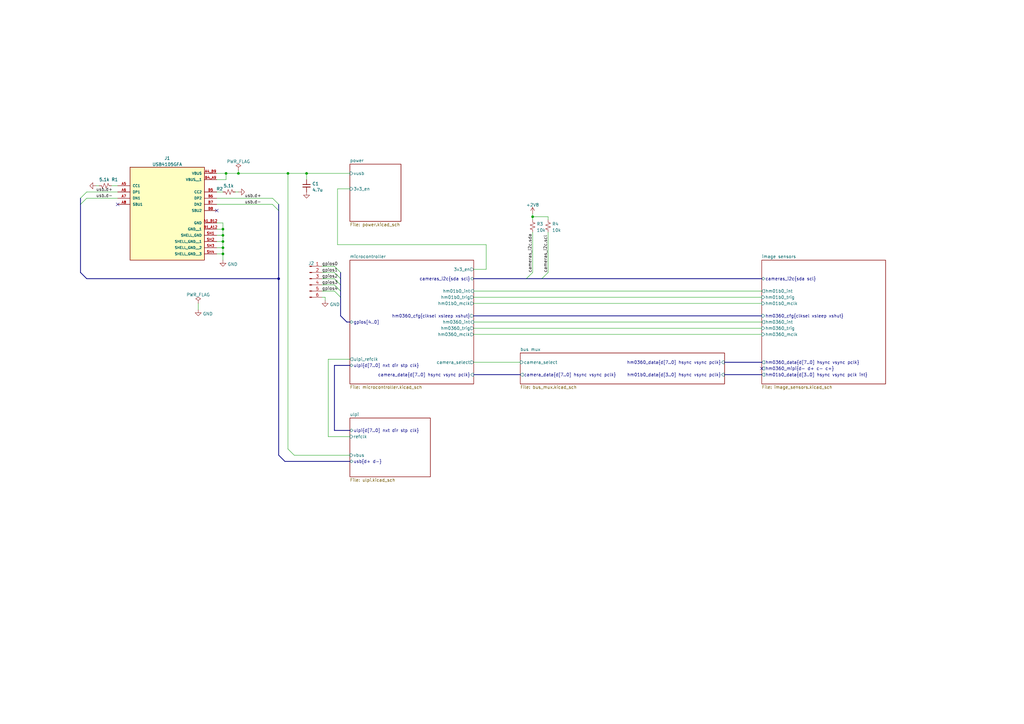
<source format=kicad_sch>
(kicad_sch (version 20211123) (generator eeschema)
  (paper "A3")
  (lib_symbols
    (symbol "Connector:Conn_01x06_Male" (pin_names (offset 1.016) hide)
      (property "Reference" "J" (at 0 7.62 0))
      (property "Value" "Conn_01x06_Male" (at 0 -10.16 0))
      (symbol "Conn_01x06_Male_1_1"
        (polyline (pts (xy 1.27 -7.62) (xy 0.8636 -7.62)) (stroke (width 0.1524)))
        (polyline (pts (xy 1.27 -5.08) (xy 0.8636 -5.08)) (stroke (width 0.1524)))
        (polyline (pts (xy 1.27 -2.54) (xy 0.8636 -2.54)) (stroke (width 0.1524)))
        (polyline (pts (xy 1.27 0) (xy 0.8636 0)) (stroke (width 0.1524)))
        (polyline (pts (xy 1.27 2.54) (xy 0.8636 2.54)) (stroke (width 0.1524)))
        (polyline (pts (xy 1.27 5.08) (xy 0.8636 5.08)) (stroke (width 0.1524)))
        (rectangle (start 0.8636 -7.493) (end 0 -7.747) (stroke (width 0.1524)) (fill (type outline)))
        (rectangle (start 0.8636 -4.953) (end 0 -5.207) (stroke (width 0.1524)) (fill (type outline)))
        (rectangle (start 0.8636 -2.413) (end 0 -2.667) (stroke (width 0.1524)) (fill (type outline)))
        (rectangle (start 0.8636 0.127) (end 0 -0.127) (stroke (width 0.1524)) (fill (type outline)))
        (rectangle (start 0.8636 2.667) (end 0 2.413) (stroke (width 0.1524)) (fill (type outline)))
        (rectangle (start 0.8636 5.207) (end 0 4.953) (stroke (width 0.1524)) (fill (type outline)))
        (pin passive line (at 5.08 5.08 180) (length 3.81) (name "Pin_1") (number "1"))
        (pin passive line (at 5.08 2.54 180) (length 3.81) (name "Pin_2") (number "2"))
        (pin passive line (at 5.08 0 180) (length 3.81) (name "Pin_3") (number "3"))
        (pin passive line (at 5.08 -2.54 180) (length 3.81) (name "Pin_4") (number "4"))
        (pin passive line (at 5.08 -5.08 180) (length 3.81) (name "Pin_5") (number "5"))
        (pin passive line (at 5.08 -7.62 180) (length 3.81) (name "Pin_6") (number "6"))
      )
    )
    (symbol "Device:C_Small" (pin_numbers hide) (pin_names (offset 0.254) hide)
      (property "Reference" "C" (at 0.254 1.778 0))
      (property "Value" "C_Small" (at 0.254 -2.032 0))
      (symbol "C_Small_0_1"
        (polyline (pts (xy -1.524 -0.508) (xy 1.524 -0.508)) (stroke (width 0.3302)))
        (polyline (pts (xy -1.524 0.508) (xy 1.524 0.508)) (stroke (width 0.3048)))
      )
      (symbol "C_Small_1_1"
        (pin passive line (at 0 2.54 270) (length 2.032) (name "~") (number "1"))
        (pin passive line (at 0 -2.54 90) (length 2.032) (name "~") (number "2"))
      )
    )
    (symbol "Device:R_Small_US" (pin_numbers hide) (pin_names (offset 0.254) hide)
      (property "Reference" "R" (at 0.762 0.508 0))
      (property "Value" "R_Small_US" (at 0.762 -1.016 0))
      (symbol "R_Small_US_1_1"
        (polyline (pts (xy 0 0) (xy 1.016 -0.381) (xy 0 -0.762) (xy -1.016 -1.143) (xy 0 -1.524)))
        (polyline (pts (xy 0 1.524) (xy 1.016 1.143) (xy 0 0.762) (xy -1.016 0.381) (xy 0 0)))
        (pin passive line (at 0 2.54 270) (length 1.016) (name "~") (number "1"))
        (pin passive line (at 0 -2.54 90) (length 1.016) (name "~") (number "2"))
      )
    )
    (symbol "USB4105GFA:USB4105GFA" (pin_names (offset 1.016))
      (property "Reference" "J" (at -15.24 13.97 0))
      (property "Value" "USB4105GFA" (at -15.24 -27.94 0))
      (symbol "USB4105GFA_0_0"
        (rectangle (start -15.24 -25.4) (end 15.24 12.7) (stroke (width 0.254)) (fill (type background)))
        (pin power_in line (at 20.32 -10.16 180) (length 5.08) (name "GND") (number "A1_B12"))
        (pin power_in line (at 20.32 10.16 180) (length 5.08) (name "VBUS") (number "A4_B9"))
        (pin bidirectional line (at -20.32 5.08 0) (length 5.08) (name "CC1") (number "A5"))
        (pin bidirectional line (at -20.32 2.54 0) (length 5.08) (name "DP1") (number "A6"))
        (pin bidirectional line (at -20.32 0 0) (length 5.08) (name "DN1") (number "A7"))
        (pin bidirectional line (at -20.32 -2.54 0) (length 5.08) (name "SBU1") (number "A8"))
        (pin power_in line (at 20.32 -12.7 180) (length 5.08) (name "GND__1") (number "B1_A12"))
        (pin power_in line (at 20.32 7.62 180) (length 5.08) (name "VBUS__1") (number "B4_A9"))
        (pin bidirectional line (at 20.32 2.54 180) (length 5.08) (name "CC2") (number "B5"))
        (pin bidirectional line (at 20.32 0 180) (length 5.08) (name "DP2") (number "B6"))
        (pin bidirectional line (at 20.32 -2.54 180) (length 5.08) (name "DN2") (number "B7"))
        (pin bidirectional line (at 20.32 -5.08 180) (length 5.08) (name "SBU2") (number "B8"))
        (pin power_in line (at 20.32 -15.24 180) (length 5.08) (name "SHELL_GND") (number "SH1"))
        (pin power_in line (at 20.32 -17.78 180) (length 5.08) (name "SHELL_GND__1") (number "SH2"))
        (pin power_in line (at 20.32 -20.32 180) (length 5.08) (name "SHELL_GND__2") (number "SH3"))
        (pin power_in line (at 20.32 -22.86 180) (length 5.08) (name "SHELL_GND__3") (number "SH4"))
      )
    )
    (symbol "power:+2V8" (power) (pin_names (offset 0))
      (property "Value" "+2V8" (at 0 3.556 0))
      (symbol "+2V8_0_1"
        (polyline (pts (xy -0.762 1.27) (xy 0 2.54)))
        (polyline (pts (xy 0 0) (xy 0 2.54)))
        (polyline (pts (xy 0 2.54) (xy 0.762 1.27)))
      )
      (symbol "+2V8_1_1"
        (pin power_in line (at 0 0 90) (length 0) hide (name "+2V8") (number "1"))
      )
    )
    (symbol "power:GND" (power) (pin_names (offset 0))
      (property "Value" "GND" (at 0 -3.81 0))
      (symbol "GND_0_1"
        (polyline (pts (xy 0 0) (xy 0 -1.27) (xy 1.27 -1.27) (xy 0 -2.54) (xy -1.27 -1.27) (xy 0 -1.27)))
      )
      (symbol "GND_1_1"
        (pin power_in line (at 0 0 270) (length 0) hide (name "GND") (number "1"))
      )
    )
    (symbol "power:PWR_FLAG" (power) (pin_numbers hide) (pin_names (offset 0) hide)
      (property "Value" "PWR_FLAG" (at 0 3.81 0))
      (symbol "PWR_FLAG_0_0"
        (pin power_out line (at 0 0 90) (length 0) (name "pwr") (number "1"))
      )
      (symbol "PWR_FLAG_0_1"
        (polyline (pts (xy 0 0) (xy 0 1.27) (xy -1.016 1.905) (xy 0 2.54) (xy 1.016 1.905) (xy 0 1.27)))
      )
    )
  )
  (junction (at 92.71 71.12))
  (junction (at 91.44 104.14))
  (junction (at 125.73 71.12))
  (junction (at 91.44 93.98))
  (junction (at 218.44 88.9))
  (junction (at 118.11 71.12))
  (junction (at 114.3 114.3))
  (junction (at 97.79 71.12))
  (junction (at 91.44 96.52))
  (junction (at 91.44 99.06))
  (junction (at 91.44 101.6))
  (no_connect (at 312.42 151.13))
  (no_connect (at 88.9 86.36))
  (no_connect (at 48.26 83.82))
  (bus_entry (at 33.02 81.28) (size 2.54 -2.54))
  (bus_entry (at 33.02 83.82) (size 2.54 -2.54))
  (bus_entry (at 139.7 114.3) (size -2.54 -2.54))
  (bus_entry (at 139.7 111.76) (size -2.54 -2.54))
  (bus_entry (at 222.25 114.3) (size 2.54 -2.54))
  (bus_entry (at 114.3 86.36) (size -2.54 -2.54))
  (bus_entry (at 139.7 119.38) (size -2.54 -2.54))
  (bus_entry (at 215.9 114.3) (size 2.54 -2.54))
  (bus_entry (at 114.3 83.82) (size -2.54 -2.54))
  (bus_entry (at 139.7 116.84) (size -2.54 -2.54))
  (bus_entry (at 139.7 121.92) (size -2.54 -2.54))
  (wire (pts (xy 134.62 147.32) (xy 143.51 147.32)))
  (wire (pts (xy 97.79 78.74) (xy 96.52 78.74)))
  (wire (pts (xy 91.44 104.14) (xy 91.44 106.68)))
  (bus (pts (xy 114.3 83.82) (xy 114.3 86.36)))
  (wire (pts (xy 92.71 71.12) (xy 97.79 71.12)))
  (wire (pts (xy 194.31 132.08) (xy 312.42 132.08)))
  (wire (pts (xy 88.9 73.66) (xy 92.71 73.66)))
  (wire (pts (xy 88.9 101.6) (xy 91.44 101.6)))
  (wire (pts (xy 199.39 110.49) (xy 199.39 100.33)))
  (wire (pts (xy 91.44 99.06) (xy 91.44 101.6)))
  (wire (pts (xy 132.08 114.3) (xy 137.16 114.3)))
  (wire (pts (xy 218.44 88.9) (xy 224.79 88.9)))
  (bus (pts (xy 33.02 83.82) (xy 33.02 111.76)))
  (wire (pts (xy 132.08 111.76) (xy 137.16 111.76)))
  (bus (pts (xy 114.3 114.3) (xy 35.56 114.3)))
  (bus (pts (xy 297.18 153.67) (xy 312.42 153.67)))
  (wire (pts (xy 194.31 124.46) (xy 312.42 124.46)))
  (wire (pts (xy 91.44 96.52) (xy 91.44 99.06)))
  (bus (pts (xy 312.42 129.54) (xy 194.31 129.54)))
  (wire (pts (xy 81.28 127) (xy 81.28 124.46)))
  (wire (pts (xy 48.26 76.2) (xy 45.72 76.2)))
  (bus (pts (xy 143.51 149.86) (xy 137.16 149.86)))
  (wire (pts (xy 88.9 83.82) (xy 111.76 83.82)))
  (wire (pts (xy 125.73 71.12) (xy 143.51 71.12)))
  (bus (pts (xy 137.16 149.86) (xy 137.16 176.53)))
  (wire (pts (xy 120.65 186.69) (xy 118.11 184.15)))
  (wire (pts (xy 312.42 121.92) (xy 194.31 121.92)))
  (wire (pts (xy 218.44 87.63) (xy 218.44 88.9)))
  (bus (pts (xy 139.7 111.76) (xy 139.7 114.3)))
  (wire (pts (xy 224.79 88.9) (xy 224.79 90.17)))
  (bus (pts (xy 33.02 81.28) (xy 33.02 83.82)))
  (bus (pts (xy 143.51 132.08) (xy 142.24 132.08)))
  (wire (pts (xy 40.64 76.2) (xy 39.37 76.2)))
  (bus (pts (xy 194.31 153.67) (xy 213.36 153.67)))
  (wire (pts (xy 134.62 179.07) (xy 134.62 147.32)))
  (bus (pts (xy 139.7 116.84) (xy 139.7 119.38)))
  (wire (pts (xy 91.44 93.98) (xy 91.44 96.52)))
  (wire (pts (xy 132.08 121.92) (xy 133.35 121.92)))
  (bus (pts (xy 139.7 129.54) (xy 142.24 132.08)))
  (bus (pts (xy 116.84 189.23) (xy 143.51 189.23)))
  (bus (pts (xy 137.16 176.53) (xy 143.51 176.53)))
  (wire (pts (xy 120.65 186.69) (xy 143.51 186.69)))
  (bus (pts (xy 35.56 114.3) (xy 33.02 111.76)))
  (wire (pts (xy 125.73 71.12) (xy 118.11 71.12)))
  (wire (pts (xy 194.31 134.62) (xy 312.42 134.62)))
  (bus (pts (xy 114.3 186.69) (xy 116.84 189.23)))
  (wire (pts (xy 133.35 121.92) (xy 133.35 123.19)))
  (bus (pts (xy 297.18 148.59) (xy 312.42 148.59)))
  (wire (pts (xy 35.56 78.74) (xy 48.26 78.74)))
  (wire (pts (xy 91.44 101.6) (xy 91.44 104.14)))
  (wire (pts (xy 138.43 100.33) (xy 138.43 77.47)))
  (wire (pts (xy 138.43 77.47) (xy 143.51 77.47)))
  (wire (pts (xy 199.39 100.33) (xy 138.43 100.33)))
  (wire (pts (xy 88.9 91.44) (xy 91.44 91.44)))
  (wire (pts (xy 92.71 73.66) (xy 92.71 71.12)))
  (wire (pts (xy 194.31 148.59) (xy 213.36 148.59)))
  (wire (pts (xy 91.44 78.74) (xy 88.9 78.74)))
  (wire (pts (xy 194.31 119.38) (xy 312.42 119.38)))
  (wire (pts (xy 88.9 96.52) (xy 91.44 96.52)))
  (wire (pts (xy 125.73 73.66) (xy 125.73 71.12)))
  (wire (pts (xy 132.08 109.22) (xy 137.16 109.22)))
  (wire (pts (xy 194.31 110.49) (xy 199.39 110.49)))
  (wire (pts (xy 88.9 99.06) (xy 91.44 99.06)))
  (wire (pts (xy 132.08 116.84) (xy 137.16 116.84)))
  (wire (pts (xy 218.44 95.25) (xy 218.44 111.76)))
  (wire (pts (xy 132.08 119.38) (xy 137.16 119.38)))
  (wire (pts (xy 97.79 71.12) (xy 97.79 69.85)))
  (bus (pts (xy 114.3 114.3) (xy 114.3 186.69)))
  (wire (pts (xy 143.51 179.07) (xy 134.62 179.07)))
  (bus (pts (xy 215.9 114.3) (xy 194.31 114.3)))
  (wire (pts (xy 218.44 88.9) (xy 218.44 90.17)))
  (wire (pts (xy 91.44 91.44) (xy 91.44 93.98)))
  (wire (pts (xy 88.9 71.12) (xy 92.71 71.12)))
  (bus (pts (xy 114.3 86.36) (xy 114.3 114.3)))
  (wire (pts (xy 88.9 104.14) (xy 91.44 104.14)))
  (wire (pts (xy 118.11 184.15) (xy 118.11 71.12)))
  (bus (pts (xy 139.7 119.38) (xy 139.7 121.92)))
  (bus (pts (xy 215.9 114.3) (xy 222.25 114.3)))
  (wire (pts (xy 35.56 81.28) (xy 48.26 81.28)))
  (wire (pts (xy 88.9 81.28) (xy 111.76 81.28)))
  (wire (pts (xy 312.42 137.16) (xy 194.31 137.16)))
  (bus (pts (xy 222.25 114.3) (xy 312.42 114.3)))
  (bus (pts (xy 139.7 114.3) (xy 139.7 116.84)))
  (bus (pts (xy 139.7 121.92) (xy 139.7 129.54)))
  (wire (pts (xy 97.79 71.12) (xy 118.11 71.12)))
  (wire (pts (xy 88.9 93.98) (xy 91.44 93.98)))
  (wire (pts (xy 224.79 111.76) (xy 224.79 95.25)))
  (label "gpios0" (at 132.08 109.22 0))
  (label "gpios2" (at 132.08 114.3 0))
  (label "cameras_i2c.sda" (at 218.44 111.76 90))
  (label "usb.d+" (at 39.37 78.74 0))
  (label "gpios1" (at 132.08 111.76 0))
  (label "usb.d+" (at 100.33 81.28 0))
  (label "cameras_i2c.scl" (at 224.79 111.76 90))
  (label "usb.d-" (at 39.37 81.28 0))
  (label "usb.d-" (at 100.33 83.82 0))
  (label "gpios3" (at 132.08 116.84 0))
  (label "gpios4" (at 132.08 119.38 0))
  (symbol (lib_id "Connector:Conn_01x06_Male") (at 127 114.3 0) (unit 1)
    (property "Reference" "J2" (at 127.635 107.981 0))
    (property "Value" "Conn_01x06_Male" (effects hide))
    (property "Footprint" "Connector_PinHeader_2.54mm:PinHeader_1x06_P2.54mm_Vertical" (effects hide))
    (property "DNP" "DNP" (effects hide))
    (property "MFR" "N/A" (effects hide))
    (property "MFR_PN" "N/A" (effects hide))
  )
  (symbol (lib_id "power:PWR_FLAG") (at 97.79 69.85 0) (unit 1)
    (property "Reference" "#FLG02" (effects hide))
    (property "Value" "PWR_FLAG" (at 97.79 66.2742 0))
  )
  (symbol (lib_id "Device:C_Small") (at 125.73 76.2 0) (unit 1)
    (property "Reference" "C1" (at 128.0541 75.3716 0) (effects (justify left)))
    (property "Value" "4.7u" (at 128.0541 77.9085 0) (effects (justify left)))
    (property "Footprint" "Capacitor_SMD:C_0603_1608Metric" (effects hide))
    (property "MFR" "Samsung" (effects hide))
    (property "MFR_PN" "CL10A475KP8NNNC" (effects hide))
  )
  (symbol (lib_id "Device:R_Small_US") (at 43.18 76.2 90) (mirror x) (unit 1)
    (property "Reference" "R1" (at 45.72 73.66 90) (effects (justify right)))
    (property "Value" "5.1k" (at 40.64 73.66 90) (effects (justify right)))
    (property "Footprint" "Resistor_SMD:R_0402_1005Metric" (effects hide))
    (property "MFR" "Panasonic" (effects hide))
    (property "MFR_PN" "ERJ-2RKF5101X" (effects hide))
  )
  (symbol (lib_id "power:GND") (at 39.37 76.2 270) (mirror x) (unit 1)
    (property "Reference" "#PWR01" (effects hide))
    (property "Value" "GND" (effects hide))
  )
  (symbol (lib_id "power:GND") (at 91.44 106.68 0) (unit 1)
    (property "Reference" "#PWR03" (effects hide))
    (property "Value" "GND" (at 93.345 108.3838 0) (effects (justify left)))
  )
  (symbol (lib_id "power:PWR_FLAG") (at 81.28 124.46 0) (unit 1)
    (property "Reference" "#FLG01" (effects hide))
    (property "Value" "PWR_FLAG" (at 81.28 120.8842 0))
  )
  (symbol (lib_id "Device:R_Small_US") (at 93.98 78.74 270) (mirror x) (unit 1)
    (property "Reference" "R2" (at 91.44 77.47 90) (effects (justify right)))
    (property "Value" "5.1k" (at 95.885 76.2 90) (effects (justify right)))
    (property "Footprint" "Resistor_SMD:R_0402_1005Metric" (effects hide))
    (property "MFR" "Panasonic" (effects hide))
    (property "MFR_PN" "ERJ-2RKF5101X" (effects hide))
  )
  (symbol (lib_id "power:GND") (at 81.28 127 0) (unit 1)
    (property "Reference" "#PWR02" (effects hide))
    (property "Value" "GND" (at 83.185 128.7038 0) (effects (justify left)))
  )
  (symbol (lib_id "USB4105GFA:USB4105GFA") (at 68.58 81.28 0) (unit 1)
    (property "Reference" "J1" (at 68.58 64.8802 0))
    (property "Value" "USB4105GFA" (at 68.58 67.4171 0))
    (property "Footprint" "USB4105_GF_A:GCT_USB4105GFA" (effects hide))
    (property "PARTREV" "B3" (effects hide))
    (property "MANUFACTURER" "Global Connector Technology" (effects hide))
    (property "MAXIMUM_PACKAGE_HEIGHT" "3.31mm" (effects hide))
    (property "STANDARD" "Manufacturer Recommendations" (effects hide))
    (property "MFR" "GCT" (effects hide))
    (property "MFR_PN" "USB4105-GF-A " (effects hide))
  )
  (symbol (lib_id "power:GND") (at 133.35 123.19 0) (unit 1)
    (property "Reference" "#PWR0149" (effects hide))
    (property "Value" "GND" (at 135.255 124.8938 0) (effects (justify left)))
  )
  (symbol (lib_id "power:+2V8") (at 218.44 87.63 0) (unit 1)
    (property "Reference" "#PWR06" (effects hide))
    (property "Value" "+2V8" (at 218.44 84.0542 0))
  )
  (symbol (lib_id "power:GND") (at 97.79 78.74 90) (mirror x) (unit 1)
    (property "Reference" "#PWR04" (effects hide))
    (property "Value" "GND" (effects hide))
  )
  (symbol (lib_id "Device:R_Small_US") (at 218.44 92.71 0) (unit 1)
    (property "Reference" "R3" (at 220.091 91.8753 0) (effects (justify left)))
    (property "Value" "10k" (at 220.091 94.4122 0) (effects (justify left)))
    (property "Footprint" "Resistor_SMD:R_0402_1005Metric" (effects hide))
    (property "MFR" "Panasonic" (effects hide))
    (property "MFR_PN" "ERJ-2RKF1002X" (effects hide))
  )
  (symbol (lib_id "power:GND") (at 125.73 78.74 0) (unit 1)
    (property "Reference" "#PWR05" (effects hide))
    (property "Value" "GND" (effects hide))
  )
  (symbol (lib_id "Device:R_Small_US") (at 224.79 92.71 0) (unit 1)
    (property "Reference" "R4" (at 226.441 91.8753 0) (effects (justify left)))
    (property "Value" "10k" (at 226.441 94.4122 0) (effects (justify left)))
    (property "Footprint" "Resistor_SMD:R_0402_1005Metric" (effects hide))
    (property "MFR" "Panasonic" (effects hide))
    (property "MFR_PN" "ERJ-2RKF1002X" (effects hide))
  )
  (sheet (at 143.51 171.45) (size 33.02 24.13) (stroke (width 0.1524))
    (property "Sheet name" "ulpi" (at 143.51 170.7384 0) (effects (justify left bottom)))
    (property "Sheet file" "ulpi.kicad_sch" (at 143.51 196.1646 0) (effects (justify left top)))
    (pin "ulpi{d[7..0] nxt dir stp clk}" bidirectional (at 143.51 176.53 180))
    (pin "refclk" input (at 143.51 179.07 180))
    (pin "usb{d+ d-}" bidirectional (at 143.51 189.23 180))
    (pin "vbus" input (at 143.51 186.69 180))
  )
  (sheet (at 312.42 106.68) (size 50.8 50.8) (stroke (width 0.1524))
    (property "Sheet name" "image sensors" (at 312.42 105.9684 0) (effects (justify left bottom)))
    (property "Sheet file" "image_sensors.kicad_sch" (at 312.42 158.0646 0) (effects (justify left top)))
    (pin "cameras_i2c{sda scl}" bidirectional (at 312.42 114.3 180))
    (pin "hm0360_mipi{d- d+ c- c+}" output (at 312.42 151.13 180))
    (pin "hm01b0_trig" input (at 312.42 121.92 180))
    (pin "hm01b0_mclk" input (at 312.42 124.46 180))
    (pin "hm01b0_int" output (at 312.42 119.38 180))
    (pin "hm01b0_data{d[3..0] hsync vsync pclk int}" output (at 312.42 153.67 180))
    (pin "hm0360_data{d[7..0] hsync vsync pclk}" output (at 312.42 148.59 180))
    (pin "hm0360_int" output (at 312.42 132.08 180))
    (pin "hm0360_cfg{clksel xsleep xshut}" input (at 312.42 129.54 180))
    (pin "hm0360_mclk" input (at 312.42 137.16 180))
    (pin "hm0360_trig" input (at 312.42 134.62 180))
  )
  (sheet (at 143.51 106.68) (size 50.8 50.8) (stroke (width 0.1524))
    (property "Sheet name" "microcontroller" (at 143.51 105.9684 0) (effects (justify left bottom)))
    (property "Sheet file" "microcontroller.kicad_sch" (at 143.51 158.0646 0) (effects (justify left top)))
    (pin "3v3_en" output (at 194.31 110.49 0))
    (pin "cameras_i2c{sda scl}" bidirectional (at 194.31 114.3 0))
    (pin "camera_data{d[7..0] hsync vsync pclk}" input (at 194.31 153.67 0))
    (pin "ulpi{d[7..0] nxt dir stp clk}" bidirectional (at 143.51 149.86 180))
    (pin "ulpi_refclk" output (at 143.51 147.32 180))
    (pin "hm01b0_int" input (at 194.31 119.38 0))
    (pin "hm01b0_trig" output (at 194.31 121.92 0))
    (pin "hm01b0_mclk" output (at 194.31 124.46 0))
    (pin "hm0360_cfg{clksel xsleep xshut}" output (at 194.31 129.54 0))
    (pin "hm0360_int" input (at 194.31 132.08 0))
    (pin "hm0360_trig" output (at 194.31 134.62 0))
    (pin "hm0360_mclk" output (at 194.31 137.16 0))
    (pin "camera_select" output (at 194.31 148.59 0))
    (pin "gpios[4..0]" bidirectional (at 143.51 132.08 180))
  )
  (sheet (at 213.36 144.78) (size 83.82 12.7) (stroke (width 0.1524))
    (property "Sheet name" "bus mux" (at 213.36 144.0684 0) (effects (justify left bottom)))
    (property "Sheet file" "bus_mux.kicad_sch" (at 213.36 158.0646 0) (effects (justify left top)))
    (pin "hm0360_data{d[7..0] hsync vsync pclk}" input (at 297.18 148.59 0))
    (pin "hm01b0_data{d[3..0] hsync vsync pclk}" input (at 297.18 153.67 0))
    (pin "camera_select" input (at 213.36 148.59 180))
    (pin "camera_data{d[7..0] hsync vsync pclk}" output (at 213.36 153.67 180))
  )
  (sheet (at 143.51 67.31) (size 20.955 23.495) (stroke (width 0.1524))
    (property "Sheet name" "power" (at 143.51 66.5984 0) (effects (justify left bottom)))
    (property "Sheet file" "power.kicad_sch" (at 143.51 91.3896 0) (effects (justify left top)))
    (pin "vusb" input (at 143.51 71.12 180))
    (pin "3v3_en" input (at 143.51 77.47 180))
  )
)
</source>
